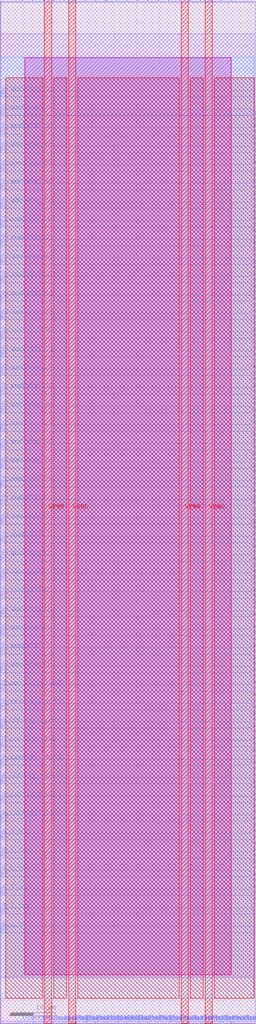
<source format=lef>
VERSION 5.7 ;
  NOWIREEXTENSIONATPIN ON ;
  DIVIDERCHAR "/" ;
  BUSBITCHARS "[]" ;
MACRO W_IO
  CLASS BLOCK ;
  FOREIGN W_IO ;
  ORIGIN 0.000 0.000 ;
  SIZE 56.250 BY 225.000 ;
  PIN A_I_top
    DIRECTION OUTPUT ;
    USE SIGNAL ;
    ANTENNADIFFAREA 0.445500 ;
    PORT
      LAYER met3 ;
        RECT 0.000 24.520 0.600 25.120 ;
    END
  END A_I_top
  PIN A_O_top
    DIRECTION INPUT ;
    USE SIGNAL ;
    ANTENNAGATEAREA 0.213000 ;
    PORT
      LAYER met3 ;
        RECT 0.000 20.440 0.600 21.040 ;
    END
  END A_O_top
  PIN A_T_top
    DIRECTION OUTPUT ;
    USE SIGNAL ;
    ANTENNADIFFAREA 0.445500 ;
    PORT
      LAYER met3 ;
        RECT 0.000 28.600 0.600 29.200 ;
    END
  END A_T_top
  PIN A_config_C_bit0
    DIRECTION OUTPUT ;
    USE SIGNAL ;
    ANTENNADIFFAREA 0.445500 ;
    PORT
      LAYER met3 ;
        RECT 0.000 44.920 0.600 45.520 ;
    END
  END A_config_C_bit0
  PIN A_config_C_bit1
    DIRECTION OUTPUT ;
    USE SIGNAL ;
    ANTENNADIFFAREA 0.445500 ;
    PORT
      LAYER met3 ;
        RECT 0.000 49.000 0.600 49.600 ;
    END
  END A_config_C_bit1
  PIN A_config_C_bit2
    DIRECTION OUTPUT ;
    USE SIGNAL ;
    ANTENNADIFFAREA 0.445500 ;
    PORT
      LAYER met3 ;
        RECT 0.000 53.080 0.600 53.680 ;
    END
  END A_config_C_bit2
  PIN A_config_C_bit3
    DIRECTION OUTPUT ;
    USE SIGNAL ;
    ANTENNADIFFAREA 0.445500 ;
    PORT
      LAYER met3 ;
        RECT 0.000 57.160 0.600 57.760 ;
    END
  END A_config_C_bit3
  PIN B_I_top
    DIRECTION OUTPUT ;
    USE SIGNAL ;
    ANTENNADIFFAREA 0.445500 ;
    PORT
      LAYER met3 ;
        RECT 0.000 36.760 0.600 37.360 ;
    END
  END B_I_top
  PIN B_O_top
    DIRECTION INPUT ;
    USE SIGNAL ;
    ANTENNAGATEAREA 0.159000 ;
    PORT
      LAYER met3 ;
        RECT 0.000 32.680 0.600 33.280 ;
    END
  END B_O_top
  PIN B_T_top
    DIRECTION OUTPUT ;
    USE SIGNAL ;
    ANTENNADIFFAREA 0.445500 ;
    PORT
      LAYER met3 ;
        RECT 0.000 40.840 0.600 41.440 ;
    END
  END B_T_top
  PIN B_config_C_bit0
    DIRECTION OUTPUT ;
    USE SIGNAL ;
    ANTENNADIFFAREA 0.445500 ;
    PORT
      LAYER met3 ;
        RECT 0.000 61.240 0.600 61.840 ;
    END
  END B_config_C_bit0
  PIN B_config_C_bit1
    DIRECTION OUTPUT ;
    USE SIGNAL ;
    ANTENNADIFFAREA 0.445500 ;
    PORT
      LAYER met3 ;
        RECT 0.000 65.320 0.600 65.920 ;
    END
  END B_config_C_bit1
  PIN B_config_C_bit2
    DIRECTION OUTPUT ;
    USE SIGNAL ;
    ANTENNADIFFAREA 0.445500 ;
    PORT
      LAYER met3 ;
        RECT 0.000 69.400 0.600 70.000 ;
    END
  END B_config_C_bit2
  PIN B_config_C_bit3
    DIRECTION OUTPUT ;
    USE SIGNAL ;
    ANTENNADIFFAREA 0.445500 ;
    PORT
      LAYER met3 ;
        RECT 0.000 73.480 0.600 74.080 ;
    END
  END B_config_C_bit3
  PIN E1BEG[0]
    DIRECTION OUTPUT ;
    USE SIGNAL ;
    ANTENNADIFFAREA 0.445500 ;
    PORT
      LAYER met3 ;
        RECT 55.650 91.160 56.250 91.760 ;
    END
  END E1BEG[0]
  PIN E1BEG[1]
    DIRECTION OUTPUT ;
    USE SIGNAL ;
    ANTENNADIFFAREA 0.445500 ;
    PORT
      LAYER met3 ;
        RECT 55.650 92.520 56.250 93.120 ;
    END
  END E1BEG[1]
  PIN E1BEG[2]
    DIRECTION OUTPUT ;
    USE SIGNAL ;
    ANTENNADIFFAREA 0.445500 ;
    PORT
      LAYER met3 ;
        RECT 55.650 93.880 56.250 94.480 ;
    END
  END E1BEG[2]
  PIN E1BEG[3]
    DIRECTION OUTPUT ;
    USE SIGNAL ;
    ANTENNADIFFAREA 0.445500 ;
    PORT
      LAYER met3 ;
        RECT 55.650 95.240 56.250 95.840 ;
    END
  END E1BEG[3]
  PIN E2BEG[0]
    DIRECTION OUTPUT ;
    USE SIGNAL ;
    ANTENNADIFFAREA 0.445500 ;
    PORT
      LAYER met3 ;
        RECT 55.650 96.600 56.250 97.200 ;
    END
  END E2BEG[0]
  PIN E2BEG[1]
    DIRECTION OUTPUT ;
    USE SIGNAL ;
    ANTENNADIFFAREA 0.445500 ;
    PORT
      LAYER met3 ;
        RECT 55.650 97.960 56.250 98.560 ;
    END
  END E2BEG[1]
  PIN E2BEG[2]
    DIRECTION OUTPUT ;
    USE SIGNAL ;
    ANTENNADIFFAREA 0.445500 ;
    PORT
      LAYER met3 ;
        RECT 55.650 99.320 56.250 99.920 ;
    END
  END E2BEG[2]
  PIN E2BEG[3]
    DIRECTION OUTPUT ;
    USE SIGNAL ;
    ANTENNADIFFAREA 0.445500 ;
    PORT
      LAYER met3 ;
        RECT 55.650 100.680 56.250 101.280 ;
    END
  END E2BEG[3]
  PIN E2BEG[4]
    DIRECTION OUTPUT ;
    USE SIGNAL ;
    ANTENNADIFFAREA 0.445500 ;
    PORT
      LAYER met3 ;
        RECT 55.650 102.040 56.250 102.640 ;
    END
  END E2BEG[4]
  PIN E2BEG[5]
    DIRECTION OUTPUT ;
    USE SIGNAL ;
    ANTENNADIFFAREA 0.445500 ;
    PORT
      LAYER met3 ;
        RECT 55.650 103.400 56.250 104.000 ;
    END
  END E2BEG[5]
  PIN E2BEG[6]
    DIRECTION OUTPUT ;
    USE SIGNAL ;
    ANTENNADIFFAREA 0.445500 ;
    PORT
      LAYER met3 ;
        RECT 55.650 104.760 56.250 105.360 ;
    END
  END E2BEG[6]
  PIN E2BEG[7]
    DIRECTION OUTPUT ;
    USE SIGNAL ;
    ANTENNADIFFAREA 0.445500 ;
    PORT
      LAYER met3 ;
        RECT 55.650 106.120 56.250 106.720 ;
    END
  END E2BEG[7]
  PIN E2BEGb[0]
    DIRECTION OUTPUT ;
    USE SIGNAL ;
    ANTENNADIFFAREA 0.445500 ;
    PORT
      LAYER met3 ;
        RECT 55.650 107.480 56.250 108.080 ;
    END
  END E2BEGb[0]
  PIN E2BEGb[1]
    DIRECTION OUTPUT ;
    USE SIGNAL ;
    ANTENNADIFFAREA 0.445500 ;
    PORT
      LAYER met3 ;
        RECT 55.650 108.840 56.250 109.440 ;
    END
  END E2BEGb[1]
  PIN E2BEGb[2]
    DIRECTION OUTPUT ;
    USE SIGNAL ;
    ANTENNADIFFAREA 0.445500 ;
    PORT
      LAYER met3 ;
        RECT 55.650 110.200 56.250 110.800 ;
    END
  END E2BEGb[2]
  PIN E2BEGb[3]
    DIRECTION OUTPUT ;
    USE SIGNAL ;
    ANTENNADIFFAREA 0.445500 ;
    PORT
      LAYER met3 ;
        RECT 55.650 111.560 56.250 112.160 ;
    END
  END E2BEGb[3]
  PIN E2BEGb[4]
    DIRECTION OUTPUT ;
    USE SIGNAL ;
    ANTENNADIFFAREA 0.445500 ;
    PORT
      LAYER met3 ;
        RECT 55.650 112.920 56.250 113.520 ;
    END
  END E2BEGb[4]
  PIN E2BEGb[5]
    DIRECTION OUTPUT ;
    USE SIGNAL ;
    ANTENNADIFFAREA 0.445500 ;
    PORT
      LAYER met3 ;
        RECT 55.650 114.280 56.250 114.880 ;
    END
  END E2BEGb[5]
  PIN E2BEGb[6]
    DIRECTION OUTPUT ;
    USE SIGNAL ;
    ANTENNADIFFAREA 0.445500 ;
    PORT
      LAYER met3 ;
        RECT 55.650 115.640 56.250 116.240 ;
    END
  END E2BEGb[6]
  PIN E2BEGb[7]
    DIRECTION OUTPUT ;
    USE SIGNAL ;
    ANTENNADIFFAREA 0.445500 ;
    PORT
      LAYER met3 ;
        RECT 55.650 117.000 56.250 117.600 ;
    END
  END E2BEGb[7]
  PIN E6BEG[0]
    DIRECTION OUTPUT ;
    USE SIGNAL ;
    ANTENNADIFFAREA 0.445500 ;
    PORT
      LAYER met3 ;
        RECT 55.650 140.120 56.250 140.720 ;
    END
  END E6BEG[0]
  PIN E6BEG[10]
    DIRECTION OUTPUT ;
    USE SIGNAL ;
    ANTENNADIFFAREA 0.445500 ;
    PORT
      LAYER met3 ;
        RECT 55.650 153.720 56.250 154.320 ;
    END
  END E6BEG[10]
  PIN E6BEG[11]
    DIRECTION OUTPUT ;
    USE SIGNAL ;
    ANTENNADIFFAREA 0.445500 ;
    PORT
      LAYER met3 ;
        RECT 55.650 155.080 56.250 155.680 ;
    END
  END E6BEG[11]
  PIN E6BEG[1]
    DIRECTION OUTPUT ;
    USE SIGNAL ;
    ANTENNADIFFAREA 0.445500 ;
    PORT
      LAYER met3 ;
        RECT 55.650 141.480 56.250 142.080 ;
    END
  END E6BEG[1]
  PIN E6BEG[2]
    DIRECTION OUTPUT ;
    USE SIGNAL ;
    ANTENNADIFFAREA 0.445500 ;
    PORT
      LAYER met3 ;
        RECT 55.650 142.840 56.250 143.440 ;
    END
  END E6BEG[2]
  PIN E6BEG[3]
    DIRECTION OUTPUT ;
    USE SIGNAL ;
    ANTENNADIFFAREA 0.445500 ;
    PORT
      LAYER met3 ;
        RECT 55.650 144.200 56.250 144.800 ;
    END
  END E6BEG[3]
  PIN E6BEG[4]
    DIRECTION OUTPUT ;
    USE SIGNAL ;
    ANTENNADIFFAREA 0.445500 ;
    PORT
      LAYER met3 ;
        RECT 55.650 145.560 56.250 146.160 ;
    END
  END E6BEG[4]
  PIN E6BEG[5]
    DIRECTION OUTPUT ;
    USE SIGNAL ;
    ANTENNADIFFAREA 0.445500 ;
    PORT
      LAYER met3 ;
        RECT 55.650 146.920 56.250 147.520 ;
    END
  END E6BEG[5]
  PIN E6BEG[6]
    DIRECTION OUTPUT ;
    USE SIGNAL ;
    ANTENNADIFFAREA 0.445500 ;
    PORT
      LAYER met3 ;
        RECT 55.650 148.280 56.250 148.880 ;
    END
  END E6BEG[6]
  PIN E6BEG[7]
    DIRECTION OUTPUT ;
    USE SIGNAL ;
    ANTENNADIFFAREA 0.445500 ;
    PORT
      LAYER met3 ;
        RECT 55.650 149.640 56.250 150.240 ;
    END
  END E6BEG[7]
  PIN E6BEG[8]
    DIRECTION OUTPUT ;
    USE SIGNAL ;
    ANTENNADIFFAREA 0.445500 ;
    PORT
      LAYER met3 ;
        RECT 55.650 151.000 56.250 151.600 ;
    END
  END E6BEG[8]
  PIN E6BEG[9]
    DIRECTION OUTPUT ;
    USE SIGNAL ;
    ANTENNADIFFAREA 0.445500 ;
    PORT
      LAYER met3 ;
        RECT 55.650 152.360 56.250 152.960 ;
    END
  END E6BEG[9]
  PIN EE4BEG[0]
    DIRECTION OUTPUT ;
    USE SIGNAL ;
    ANTENNADIFFAREA 0.445500 ;
    PORT
      LAYER met3 ;
        RECT 55.650 118.360 56.250 118.960 ;
    END
  END EE4BEG[0]
  PIN EE4BEG[10]
    DIRECTION OUTPUT ;
    USE SIGNAL ;
    ANTENNADIFFAREA 0.445500 ;
    PORT
      LAYER met3 ;
        RECT 55.650 131.960 56.250 132.560 ;
    END
  END EE4BEG[10]
  PIN EE4BEG[11]
    DIRECTION OUTPUT ;
    USE SIGNAL ;
    ANTENNADIFFAREA 0.445500 ;
    PORT
      LAYER met3 ;
        RECT 55.650 133.320 56.250 133.920 ;
    END
  END EE4BEG[11]
  PIN EE4BEG[12]
    DIRECTION OUTPUT ;
    USE SIGNAL ;
    ANTENNADIFFAREA 0.445500 ;
    PORT
      LAYER met3 ;
        RECT 55.650 134.680 56.250 135.280 ;
    END
  END EE4BEG[12]
  PIN EE4BEG[13]
    DIRECTION OUTPUT ;
    USE SIGNAL ;
    ANTENNADIFFAREA 0.445500 ;
    PORT
      LAYER met3 ;
        RECT 55.650 136.040 56.250 136.640 ;
    END
  END EE4BEG[13]
  PIN EE4BEG[14]
    DIRECTION OUTPUT ;
    USE SIGNAL ;
    ANTENNADIFFAREA 0.445500 ;
    PORT
      LAYER met3 ;
        RECT 55.650 137.400 56.250 138.000 ;
    END
  END EE4BEG[14]
  PIN EE4BEG[15]
    DIRECTION OUTPUT ;
    USE SIGNAL ;
    ANTENNADIFFAREA 0.445500 ;
    PORT
      LAYER met3 ;
        RECT 55.650 138.760 56.250 139.360 ;
    END
  END EE4BEG[15]
  PIN EE4BEG[1]
    DIRECTION OUTPUT ;
    USE SIGNAL ;
    ANTENNADIFFAREA 0.445500 ;
    PORT
      LAYER met3 ;
        RECT 55.650 119.720 56.250 120.320 ;
    END
  END EE4BEG[1]
  PIN EE4BEG[2]
    DIRECTION OUTPUT ;
    USE SIGNAL ;
    ANTENNADIFFAREA 0.445500 ;
    PORT
      LAYER met3 ;
        RECT 55.650 121.080 56.250 121.680 ;
    END
  END EE4BEG[2]
  PIN EE4BEG[3]
    DIRECTION OUTPUT ;
    USE SIGNAL ;
    ANTENNADIFFAREA 0.445500 ;
    PORT
      LAYER met3 ;
        RECT 55.650 122.440 56.250 123.040 ;
    END
  END EE4BEG[3]
  PIN EE4BEG[4]
    DIRECTION OUTPUT ;
    USE SIGNAL ;
    ANTENNADIFFAREA 0.445500 ;
    PORT
      LAYER met3 ;
        RECT 55.650 123.800 56.250 124.400 ;
    END
  END EE4BEG[4]
  PIN EE4BEG[5]
    DIRECTION OUTPUT ;
    USE SIGNAL ;
    ANTENNADIFFAREA 0.445500 ;
    PORT
      LAYER met3 ;
        RECT 55.650 125.160 56.250 125.760 ;
    END
  END EE4BEG[5]
  PIN EE4BEG[6]
    DIRECTION OUTPUT ;
    USE SIGNAL ;
    ANTENNADIFFAREA 0.445500 ;
    PORT
      LAYER met3 ;
        RECT 55.650 126.520 56.250 127.120 ;
    END
  END EE4BEG[6]
  PIN EE4BEG[7]
    DIRECTION OUTPUT ;
    USE SIGNAL ;
    ANTENNADIFFAREA 0.445500 ;
    PORT
      LAYER met3 ;
        RECT 55.650 127.880 56.250 128.480 ;
    END
  END EE4BEG[7]
  PIN EE4BEG[8]
    DIRECTION OUTPUT ;
    USE SIGNAL ;
    ANTENNADIFFAREA 0.445500 ;
    PORT
      LAYER met3 ;
        RECT 55.650 129.240 56.250 129.840 ;
    END
  END EE4BEG[8]
  PIN EE4BEG[9]
    DIRECTION OUTPUT ;
    USE SIGNAL ;
    ANTENNADIFFAREA 0.445500 ;
    PORT
      LAYER met3 ;
        RECT 55.650 130.600 56.250 131.200 ;
    END
  END EE4BEG[9]
  PIN FrameData[0]
    DIRECTION INPUT ;
    USE SIGNAL ;
    ANTENNAGATEAREA 0.126000 ;
    PORT
      LAYER met3 ;
        RECT 0.000 77.560 0.600 78.160 ;
    END
  END FrameData[0]
  PIN FrameData[10]
    DIRECTION INPUT ;
    USE SIGNAL ;
    ANTENNAGATEAREA 0.196500 ;
    PORT
      LAYER met3 ;
        RECT 0.000 118.360 0.600 118.960 ;
    END
  END FrameData[10]
  PIN FrameData[11]
    DIRECTION INPUT ;
    USE SIGNAL ;
    ANTENNAGATEAREA 0.196500 ;
    PORT
      LAYER met3 ;
        RECT 0.000 122.440 0.600 123.040 ;
    END
  END FrameData[11]
  PIN FrameData[12]
    DIRECTION INPUT ;
    USE SIGNAL ;
    ANTENNAGATEAREA 0.196500 ;
    PORT
      LAYER met3 ;
        RECT 0.000 126.520 0.600 127.120 ;
    END
  END FrameData[12]
  PIN FrameData[13]
    DIRECTION INPUT ;
    USE SIGNAL ;
    ANTENNAGATEAREA 0.196500 ;
    PORT
      LAYER met3 ;
        RECT 0.000 130.600 0.600 131.200 ;
    END
  END FrameData[13]
  PIN FrameData[14]
    DIRECTION INPUT ;
    USE SIGNAL ;
    ANTENNAGATEAREA 0.196500 ;
    PORT
      LAYER met3 ;
        RECT 0.000 134.680 0.600 135.280 ;
    END
  END FrameData[14]
  PIN FrameData[15]
    DIRECTION INPUT ;
    USE SIGNAL ;
    ANTENNAGATEAREA 0.196500 ;
    PORT
      LAYER met3 ;
        RECT 0.000 138.760 0.600 139.360 ;
    END
  END FrameData[15]
  PIN FrameData[16]
    DIRECTION INPUT ;
    USE SIGNAL ;
    ANTENNAGATEAREA 0.196500 ;
    PORT
      LAYER met3 ;
        RECT 0.000 142.840 0.600 143.440 ;
    END
  END FrameData[16]
  PIN FrameData[17]
    DIRECTION INPUT ;
    USE SIGNAL ;
    ANTENNAGATEAREA 0.196500 ;
    PORT
      LAYER met3 ;
        RECT 0.000 146.920 0.600 147.520 ;
    END
  END FrameData[17]
  PIN FrameData[18]
    DIRECTION INPUT ;
    USE SIGNAL ;
    ANTENNAGATEAREA 0.213000 ;
    PORT
      LAYER met3 ;
        RECT 0.000 151.000 0.600 151.600 ;
    END
  END FrameData[18]
  PIN FrameData[19]
    DIRECTION INPUT ;
    USE SIGNAL ;
    ANTENNAGATEAREA 0.213000 ;
    PORT
      LAYER met3 ;
        RECT 0.000 155.080 0.600 155.680 ;
    END
  END FrameData[19]
  PIN FrameData[1]
    DIRECTION INPUT ;
    USE SIGNAL ;
    ANTENNAGATEAREA 0.126000 ;
    PORT
      LAYER met3 ;
        RECT 0.000 81.640 0.600 82.240 ;
    END
  END FrameData[1]
  PIN FrameData[20]
    DIRECTION INPUT ;
    USE SIGNAL ;
    ANTENNAGATEAREA 0.213000 ;
    PORT
      LAYER met3 ;
        RECT 0.000 159.160 0.600 159.760 ;
    END
  END FrameData[20]
  PIN FrameData[21]
    DIRECTION INPUT ;
    USE SIGNAL ;
    ANTENNAGATEAREA 0.213000 ;
    PORT
      LAYER met3 ;
        RECT 0.000 163.240 0.600 163.840 ;
    END
  END FrameData[21]
  PIN FrameData[22]
    DIRECTION INPUT ;
    USE SIGNAL ;
    ANTENNAGATEAREA 0.213000 ;
    PORT
      LAYER met3 ;
        RECT 0.000 167.320 0.600 167.920 ;
    END
  END FrameData[22]
  PIN FrameData[23]
    DIRECTION INPUT ;
    USE SIGNAL ;
    ANTENNAGATEAREA 0.213000 ;
    PORT
      LAYER met3 ;
        RECT 0.000 171.400 0.600 172.000 ;
    END
  END FrameData[23]
  PIN FrameData[24]
    DIRECTION INPUT ;
    USE SIGNAL ;
    ANTENNAGATEAREA 0.213000 ;
    PORT
      LAYER met3 ;
        RECT 0.000 175.480 0.600 176.080 ;
    END
  END FrameData[24]
  PIN FrameData[25]
    DIRECTION INPUT ;
    USE SIGNAL ;
    ANTENNAGATEAREA 0.213000 ;
    PORT
      LAYER met3 ;
        RECT 0.000 179.560 0.600 180.160 ;
    END
  END FrameData[25]
  PIN FrameData[26]
    DIRECTION INPUT ;
    USE SIGNAL ;
    ANTENNAGATEAREA 0.213000 ;
    PORT
      LAYER met3 ;
        RECT 0.000 183.640 0.600 184.240 ;
    END
  END FrameData[26]
  PIN FrameData[27]
    DIRECTION INPUT ;
    USE SIGNAL ;
    ANTENNAGATEAREA 0.213000 ;
    PORT
      LAYER met3 ;
        RECT 0.000 187.720 0.600 188.320 ;
    END
  END FrameData[27]
  PIN FrameData[28]
    DIRECTION INPUT ;
    USE SIGNAL ;
    ANTENNAGATEAREA 0.213000 ;
    PORT
      LAYER met3 ;
        RECT 0.000 191.800 0.600 192.400 ;
    END
  END FrameData[28]
  PIN FrameData[29]
    DIRECTION INPUT ;
    USE SIGNAL ;
    ANTENNAGATEAREA 0.213000 ;
    PORT
      LAYER met3 ;
        RECT 0.000 195.880 0.600 196.480 ;
    END
  END FrameData[29]
  PIN FrameData[2]
    DIRECTION INPUT ;
    USE SIGNAL ;
    ANTENNAGATEAREA 0.196500 ;
    PORT
      LAYER met3 ;
        RECT 0.000 85.720 0.600 86.320 ;
    END
  END FrameData[2]
  PIN FrameData[30]
    DIRECTION INPUT ;
    USE SIGNAL ;
    ANTENNAGATEAREA 0.213000 ;
    PORT
      LAYER met3 ;
        RECT 0.000 199.960 0.600 200.560 ;
    END
  END FrameData[30]
  PIN FrameData[31]
    DIRECTION INPUT ;
    USE SIGNAL ;
    ANTENNAGATEAREA 0.213000 ;
    PORT
      LAYER met3 ;
        RECT 0.000 204.040 0.600 204.640 ;
    END
  END FrameData[31]
  PIN FrameData[3]
    DIRECTION INPUT ;
    USE SIGNAL ;
    ANTENNAGATEAREA 0.196500 ;
    PORT
      LAYER met3 ;
        RECT 0.000 89.800 0.600 90.400 ;
    END
  END FrameData[3]
  PIN FrameData[4]
    DIRECTION INPUT ;
    USE SIGNAL ;
    ANTENNAGATEAREA 0.196500 ;
    PORT
      LAYER met3 ;
        RECT 0.000 93.880 0.600 94.480 ;
    END
  END FrameData[4]
  PIN FrameData[5]
    DIRECTION INPUT ;
    USE SIGNAL ;
    ANTENNAGATEAREA 0.196500 ;
    PORT
      LAYER met3 ;
        RECT 0.000 97.960 0.600 98.560 ;
    END
  END FrameData[5]
  PIN FrameData[6]
    DIRECTION INPUT ;
    USE SIGNAL ;
    ANTENNAGATEAREA 0.196500 ;
    PORT
      LAYER met3 ;
        RECT 0.000 102.040 0.600 102.640 ;
    END
  END FrameData[6]
  PIN FrameData[7]
    DIRECTION INPUT ;
    USE SIGNAL ;
    ANTENNAGATEAREA 0.196500 ;
    PORT
      LAYER met3 ;
        RECT 0.000 106.120 0.600 106.720 ;
    END
  END FrameData[7]
  PIN FrameData[8]
    DIRECTION INPUT ;
    USE SIGNAL ;
    ANTENNAGATEAREA 0.196500 ;
    PORT
      LAYER met3 ;
        RECT 0.000 110.200 0.600 110.800 ;
    END
  END FrameData[8]
  PIN FrameData[9]
    DIRECTION INPUT ;
    USE SIGNAL ;
    ANTENNAGATEAREA 0.196500 ;
    PORT
      LAYER met3 ;
        RECT 0.000 114.280 0.600 114.880 ;
    END
  END FrameData[9]
  PIN FrameData_O[0]
    DIRECTION OUTPUT ;
    USE SIGNAL ;
    ANTENNADIFFAREA 0.445500 ;
    PORT
      LAYER met3 ;
        RECT 55.650 156.440 56.250 157.040 ;
    END
  END FrameData_O[0]
  PIN FrameData_O[10]
    DIRECTION OUTPUT ;
    USE SIGNAL ;
    ANTENNADIFFAREA 0.445500 ;
    PORT
      LAYER met3 ;
        RECT 55.650 170.040 56.250 170.640 ;
    END
  END FrameData_O[10]
  PIN FrameData_O[11]
    DIRECTION OUTPUT ;
    USE SIGNAL ;
    ANTENNADIFFAREA 0.445500 ;
    PORT
      LAYER met3 ;
        RECT 55.650 171.400 56.250 172.000 ;
    END
  END FrameData_O[11]
  PIN FrameData_O[12]
    DIRECTION OUTPUT ;
    USE SIGNAL ;
    ANTENNADIFFAREA 0.445500 ;
    PORT
      LAYER met3 ;
        RECT 55.650 172.760 56.250 173.360 ;
    END
  END FrameData_O[12]
  PIN FrameData_O[13]
    DIRECTION OUTPUT ;
    USE SIGNAL ;
    ANTENNADIFFAREA 0.445500 ;
    PORT
      LAYER met3 ;
        RECT 55.650 174.120 56.250 174.720 ;
    END
  END FrameData_O[13]
  PIN FrameData_O[14]
    DIRECTION OUTPUT ;
    USE SIGNAL ;
    ANTENNADIFFAREA 0.445500 ;
    PORT
      LAYER met3 ;
        RECT 55.650 175.480 56.250 176.080 ;
    END
  END FrameData_O[14]
  PIN FrameData_O[15]
    DIRECTION OUTPUT ;
    USE SIGNAL ;
    ANTENNADIFFAREA 0.445500 ;
    PORT
      LAYER met3 ;
        RECT 55.650 176.840 56.250 177.440 ;
    END
  END FrameData_O[15]
  PIN FrameData_O[16]
    DIRECTION OUTPUT ;
    USE SIGNAL ;
    ANTENNADIFFAREA 0.445500 ;
    PORT
      LAYER met3 ;
        RECT 55.650 178.200 56.250 178.800 ;
    END
  END FrameData_O[16]
  PIN FrameData_O[17]
    DIRECTION OUTPUT ;
    USE SIGNAL ;
    ANTENNADIFFAREA 0.445500 ;
    PORT
      LAYER met3 ;
        RECT 55.650 179.560 56.250 180.160 ;
    END
  END FrameData_O[17]
  PIN FrameData_O[18]
    DIRECTION OUTPUT ;
    USE SIGNAL ;
    ANTENNADIFFAREA 0.445500 ;
    PORT
      LAYER met3 ;
        RECT 55.650 180.920 56.250 181.520 ;
    END
  END FrameData_O[18]
  PIN FrameData_O[19]
    DIRECTION OUTPUT ;
    USE SIGNAL ;
    ANTENNADIFFAREA 0.445500 ;
    PORT
      LAYER met3 ;
        RECT 55.650 182.280 56.250 182.880 ;
    END
  END FrameData_O[19]
  PIN FrameData_O[1]
    DIRECTION OUTPUT ;
    USE SIGNAL ;
    ANTENNADIFFAREA 0.445500 ;
    PORT
      LAYER met3 ;
        RECT 55.650 157.800 56.250 158.400 ;
    END
  END FrameData_O[1]
  PIN FrameData_O[20]
    DIRECTION OUTPUT ;
    USE SIGNAL ;
    ANTENNADIFFAREA 0.445500 ;
    PORT
      LAYER met3 ;
        RECT 55.650 183.640 56.250 184.240 ;
    END
  END FrameData_O[20]
  PIN FrameData_O[21]
    DIRECTION OUTPUT ;
    USE SIGNAL ;
    ANTENNADIFFAREA 0.445500 ;
    PORT
      LAYER met3 ;
        RECT 55.650 185.000 56.250 185.600 ;
    END
  END FrameData_O[21]
  PIN FrameData_O[22]
    DIRECTION OUTPUT ;
    USE SIGNAL ;
    ANTENNADIFFAREA 0.445500 ;
    PORT
      LAYER met3 ;
        RECT 55.650 186.360 56.250 186.960 ;
    END
  END FrameData_O[22]
  PIN FrameData_O[23]
    DIRECTION OUTPUT ;
    USE SIGNAL ;
    ANTENNADIFFAREA 0.445500 ;
    PORT
      LAYER met3 ;
        RECT 55.650 187.720 56.250 188.320 ;
    END
  END FrameData_O[23]
  PIN FrameData_O[24]
    DIRECTION OUTPUT ;
    USE SIGNAL ;
    ANTENNADIFFAREA 0.445500 ;
    PORT
      LAYER met3 ;
        RECT 55.650 189.080 56.250 189.680 ;
    END
  END FrameData_O[24]
  PIN FrameData_O[25]
    DIRECTION OUTPUT ;
    USE SIGNAL ;
    ANTENNADIFFAREA 0.445500 ;
    PORT
      LAYER met3 ;
        RECT 55.650 190.440 56.250 191.040 ;
    END
  END FrameData_O[25]
  PIN FrameData_O[26]
    DIRECTION OUTPUT ;
    USE SIGNAL ;
    ANTENNADIFFAREA 0.445500 ;
    PORT
      LAYER met3 ;
        RECT 55.650 191.800 56.250 192.400 ;
    END
  END FrameData_O[26]
  PIN FrameData_O[27]
    DIRECTION OUTPUT ;
    USE SIGNAL ;
    ANTENNADIFFAREA 0.445500 ;
    PORT
      LAYER met3 ;
        RECT 55.650 193.160 56.250 193.760 ;
    END
  END FrameData_O[27]
  PIN FrameData_O[28]
    DIRECTION OUTPUT ;
    USE SIGNAL ;
    ANTENNADIFFAREA 0.445500 ;
    PORT
      LAYER met3 ;
        RECT 55.650 194.520 56.250 195.120 ;
    END
  END FrameData_O[28]
  PIN FrameData_O[29]
    DIRECTION OUTPUT ;
    USE SIGNAL ;
    ANTENNADIFFAREA 0.445500 ;
    PORT
      LAYER met3 ;
        RECT 55.650 195.880 56.250 196.480 ;
    END
  END FrameData_O[29]
  PIN FrameData_O[2]
    DIRECTION OUTPUT ;
    USE SIGNAL ;
    ANTENNADIFFAREA 0.445500 ;
    PORT
      LAYER met3 ;
        RECT 55.650 159.160 56.250 159.760 ;
    END
  END FrameData_O[2]
  PIN FrameData_O[30]
    DIRECTION OUTPUT ;
    USE SIGNAL ;
    ANTENNADIFFAREA 0.445500 ;
    PORT
      LAYER met3 ;
        RECT 55.650 197.240 56.250 197.840 ;
    END
  END FrameData_O[30]
  PIN FrameData_O[31]
    DIRECTION OUTPUT ;
    USE SIGNAL ;
    ANTENNADIFFAREA 0.445500 ;
    PORT
      LAYER met3 ;
        RECT 55.650 198.600 56.250 199.200 ;
    END
  END FrameData_O[31]
  PIN FrameData_O[3]
    DIRECTION OUTPUT ;
    USE SIGNAL ;
    ANTENNADIFFAREA 0.445500 ;
    PORT
      LAYER met3 ;
        RECT 55.650 160.520 56.250 161.120 ;
    END
  END FrameData_O[3]
  PIN FrameData_O[4]
    DIRECTION OUTPUT ;
    USE SIGNAL ;
    ANTENNADIFFAREA 0.445500 ;
    PORT
      LAYER met3 ;
        RECT 55.650 161.880 56.250 162.480 ;
    END
  END FrameData_O[4]
  PIN FrameData_O[5]
    DIRECTION OUTPUT ;
    USE SIGNAL ;
    ANTENNADIFFAREA 0.445500 ;
    PORT
      LAYER met3 ;
        RECT 55.650 163.240 56.250 163.840 ;
    END
  END FrameData_O[5]
  PIN FrameData_O[6]
    DIRECTION OUTPUT ;
    USE SIGNAL ;
    ANTENNADIFFAREA 0.445500 ;
    PORT
      LAYER met3 ;
        RECT 55.650 164.600 56.250 165.200 ;
    END
  END FrameData_O[6]
  PIN FrameData_O[7]
    DIRECTION OUTPUT ;
    USE SIGNAL ;
    ANTENNADIFFAREA 0.445500 ;
    PORT
      LAYER met3 ;
        RECT 55.650 165.960 56.250 166.560 ;
    END
  END FrameData_O[7]
  PIN FrameData_O[8]
    DIRECTION OUTPUT ;
    USE SIGNAL ;
    ANTENNADIFFAREA 0.445500 ;
    PORT
      LAYER met3 ;
        RECT 55.650 167.320 56.250 167.920 ;
    END
  END FrameData_O[8]
  PIN FrameData_O[9]
    DIRECTION OUTPUT ;
    USE SIGNAL ;
    ANTENNADIFFAREA 0.445500 ;
    PORT
      LAYER met3 ;
        RECT 55.650 168.680 56.250 169.280 ;
    END
  END FrameData_O[9]
  PIN FrameStrobe[0]
    DIRECTION INPUT ;
    USE SIGNAL ;
    ANTENNAGATEAREA 0.409500 ;
    PORT
      LAYER met2 ;
        RECT 6.990 0.000 7.270 0.280 ;
    END
  END FrameStrobe[0]
  PIN FrameStrobe[10]
    DIRECTION INPUT ;
    USE SIGNAL ;
    ANTENNAGATEAREA 0.631200 ;
    ANTENNADIFFAREA 0.434700 ;
    PORT
      LAYER met2 ;
        RECT 29.990 0.000 30.270 0.280 ;
    END
  END FrameStrobe[10]
  PIN FrameStrobe[11]
    DIRECTION INPUT ;
    USE SIGNAL ;
    ANTENNAGATEAREA 0.631200 ;
    ANTENNADIFFAREA 0.434700 ;
    PORT
      LAYER met2 ;
        RECT 32.290 0.000 32.570 0.280 ;
    END
  END FrameStrobe[11]
  PIN FrameStrobe[12]
    DIRECTION INPUT ;
    USE SIGNAL ;
    ANTENNAGATEAREA 0.631200 ;
    ANTENNADIFFAREA 0.434700 ;
    PORT
      LAYER met2 ;
        RECT 34.590 0.000 34.870 0.280 ;
    END
  END FrameStrobe[12]
  PIN FrameStrobe[13]
    DIRECTION INPUT ;
    USE SIGNAL ;
    ANTENNAGATEAREA 0.631200 ;
    ANTENNADIFFAREA 0.434700 ;
    PORT
      LAYER met2 ;
        RECT 36.890 0.000 37.170 0.280 ;
    END
  END FrameStrobe[13]
  PIN FrameStrobe[14]
    DIRECTION INPUT ;
    USE SIGNAL ;
    ANTENNAGATEAREA 0.196500 ;
    PORT
      LAYER met2 ;
        RECT 39.190 0.000 39.470 0.280 ;
    END
  END FrameStrobe[14]
  PIN FrameStrobe[15]
    DIRECTION INPUT ;
    USE SIGNAL ;
    ANTENNAGATEAREA 0.631200 ;
    ANTENNADIFFAREA 0.434700 ;
    PORT
      LAYER met2 ;
        RECT 41.490 0.000 41.770 0.280 ;
    END
  END FrameStrobe[15]
  PIN FrameStrobe[16]
    DIRECTION INPUT ;
    USE SIGNAL ;
    ANTENNAGATEAREA 0.631200 ;
    ANTENNADIFFAREA 0.434700 ;
    PORT
      LAYER met2 ;
        RECT 43.790 0.000 44.070 0.280 ;
    END
  END FrameStrobe[16]
  PIN FrameStrobe[17]
    DIRECTION INPUT ;
    USE SIGNAL ;
    ANTENNAGATEAREA 0.631200 ;
    ANTENNADIFFAREA 0.434700 ;
    PORT
      LAYER met2 ;
        RECT 46.090 0.000 46.370 0.280 ;
    END
  END FrameStrobe[17]
  PIN FrameStrobe[18]
    DIRECTION INPUT ;
    USE SIGNAL ;
    ANTENNAGATEAREA 0.631200 ;
    ANTENNADIFFAREA 0.434700 ;
    PORT
      LAYER met2 ;
        RECT 48.390 0.000 48.670 0.280 ;
    END
  END FrameStrobe[18]
  PIN FrameStrobe[19]
    DIRECTION INPUT ;
    USE SIGNAL ;
    ANTENNAGATEAREA 0.631200 ;
    ANTENNADIFFAREA 0.434700 ;
    PORT
      LAYER met2 ;
        RECT 50.690 0.000 50.970 0.280 ;
    END
  END FrameStrobe[19]
  PIN FrameStrobe[1]
    DIRECTION INPUT ;
    USE SIGNAL ;
    ANTENNAGATEAREA 0.647700 ;
    ANTENNADIFFAREA 0.434700 ;
    PORT
      LAYER met2 ;
        RECT 9.290 0.000 9.570 0.280 ;
    END
  END FrameStrobe[1]
  PIN FrameStrobe[2]
    DIRECTION INPUT ;
    USE SIGNAL ;
    ANTENNAGATEAREA 0.196500 ;
    PORT
      LAYER met2 ;
        RECT 11.590 0.000 11.870 0.280 ;
    END
  END FrameStrobe[2]
  PIN FrameStrobe[3]
    DIRECTION INPUT ;
    USE SIGNAL ;
    ANTENNAGATEAREA 0.213000 ;
    PORT
      LAYER met2 ;
        RECT 13.890 0.000 14.170 0.280 ;
    END
  END FrameStrobe[3]
  PIN FrameStrobe[4]
    DIRECTION INPUT ;
    USE SIGNAL ;
    ANTENNAGATEAREA 0.631200 ;
    ANTENNADIFFAREA 0.434700 ;
    PORT
      LAYER met2 ;
        RECT 16.190 0.000 16.470 0.280 ;
    END
  END FrameStrobe[4]
  PIN FrameStrobe[5]
    DIRECTION INPUT ;
    USE SIGNAL ;
    ANTENNAGATEAREA 0.631200 ;
    ANTENNADIFFAREA 0.434700 ;
    PORT
      LAYER met2 ;
        RECT 18.490 0.000 18.770 0.280 ;
    END
  END FrameStrobe[5]
  PIN FrameStrobe[6]
    DIRECTION INPUT ;
    USE SIGNAL ;
    ANTENNAGATEAREA 0.196500 ;
    PORT
      LAYER met2 ;
        RECT 20.790 0.000 21.070 0.280 ;
    END
  END FrameStrobe[6]
  PIN FrameStrobe[7]
    DIRECTION INPUT ;
    USE SIGNAL ;
    ANTENNAGATEAREA 1.065900 ;
    ANTENNADIFFAREA 0.869400 ;
    PORT
      LAYER met2 ;
        RECT 23.090 0.000 23.370 0.280 ;
    END
  END FrameStrobe[7]
  PIN FrameStrobe[8]
    DIRECTION INPUT ;
    USE SIGNAL ;
    ANTENNAGATEAREA 0.631200 ;
    ANTENNADIFFAREA 0.434700 ;
    PORT
      LAYER met2 ;
        RECT 25.390 0.000 25.670 0.280 ;
    END
  END FrameStrobe[8]
  PIN FrameStrobe[9]
    DIRECTION INPUT ;
    USE SIGNAL ;
    ANTENNAGATEAREA 0.196500 ;
    PORT
      LAYER met2 ;
        RECT 27.690 0.000 27.970 0.280 ;
    END
  END FrameStrobe[9]
  PIN FrameStrobe_O[0]
    DIRECTION OUTPUT ;
    USE SIGNAL ;
    ANTENNADIFFAREA 0.445500 ;
    PORT
      LAYER met2 ;
        RECT 6.990 224.720 7.270 225.000 ;
    END
  END FrameStrobe_O[0]
  PIN FrameStrobe_O[10]
    DIRECTION OUTPUT ;
    USE SIGNAL ;
    ANTENNADIFFAREA 0.445500 ;
    PORT
      LAYER met2 ;
        RECT 29.990 224.720 30.270 225.000 ;
    END
  END FrameStrobe_O[10]
  PIN FrameStrobe_O[11]
    DIRECTION OUTPUT ;
    USE SIGNAL ;
    ANTENNADIFFAREA 0.445500 ;
    PORT
      LAYER met2 ;
        RECT 32.290 224.720 32.570 225.000 ;
    END
  END FrameStrobe_O[11]
  PIN FrameStrobe_O[12]
    DIRECTION OUTPUT ;
    USE SIGNAL ;
    ANTENNADIFFAREA 0.445500 ;
    PORT
      LAYER met2 ;
        RECT 34.590 224.720 34.870 225.000 ;
    END
  END FrameStrobe_O[12]
  PIN FrameStrobe_O[13]
    DIRECTION OUTPUT ;
    USE SIGNAL ;
    ANTENNADIFFAREA 0.445500 ;
    PORT
      LAYER met2 ;
        RECT 36.890 224.720 37.170 225.000 ;
    END
  END FrameStrobe_O[13]
  PIN FrameStrobe_O[14]
    DIRECTION OUTPUT ;
    USE SIGNAL ;
    ANTENNADIFFAREA 0.445500 ;
    PORT
      LAYER met2 ;
        RECT 39.190 224.720 39.470 225.000 ;
    END
  END FrameStrobe_O[14]
  PIN FrameStrobe_O[15]
    DIRECTION OUTPUT ;
    USE SIGNAL ;
    ANTENNADIFFAREA 0.445500 ;
    PORT
      LAYER met2 ;
        RECT 41.490 224.720 41.770 225.000 ;
    END
  END FrameStrobe_O[15]
  PIN FrameStrobe_O[16]
    DIRECTION OUTPUT ;
    USE SIGNAL ;
    ANTENNADIFFAREA 0.445500 ;
    PORT
      LAYER met2 ;
        RECT 43.790 224.720 44.070 225.000 ;
    END
  END FrameStrobe_O[16]
  PIN FrameStrobe_O[17]
    DIRECTION OUTPUT ;
    USE SIGNAL ;
    ANTENNADIFFAREA 0.445500 ;
    PORT
      LAYER met2 ;
        RECT 46.090 224.720 46.370 225.000 ;
    END
  END FrameStrobe_O[17]
  PIN FrameStrobe_O[18]
    DIRECTION OUTPUT ;
    USE SIGNAL ;
    ANTENNADIFFAREA 0.445500 ;
    PORT
      LAYER met2 ;
        RECT 48.390 224.720 48.670 225.000 ;
    END
  END FrameStrobe_O[18]
  PIN FrameStrobe_O[19]
    DIRECTION OUTPUT ;
    USE SIGNAL ;
    ANTENNADIFFAREA 0.445500 ;
    PORT
      LAYER met2 ;
        RECT 50.690 224.720 50.970 225.000 ;
    END
  END FrameStrobe_O[19]
  PIN FrameStrobe_O[1]
    DIRECTION OUTPUT ;
    USE SIGNAL ;
    ANTENNADIFFAREA 0.445500 ;
    PORT
      LAYER met2 ;
        RECT 9.290 224.720 9.570 225.000 ;
    END
  END FrameStrobe_O[1]
  PIN FrameStrobe_O[2]
    DIRECTION OUTPUT ;
    USE SIGNAL ;
    ANTENNADIFFAREA 0.445500 ;
    PORT
      LAYER met2 ;
        RECT 11.590 224.720 11.870 225.000 ;
    END
  END FrameStrobe_O[2]
  PIN FrameStrobe_O[3]
    DIRECTION OUTPUT ;
    USE SIGNAL ;
    ANTENNADIFFAREA 0.445500 ;
    PORT
      LAYER met2 ;
        RECT 13.890 224.720 14.170 225.000 ;
    END
  END FrameStrobe_O[3]
  PIN FrameStrobe_O[4]
    DIRECTION OUTPUT ;
    USE SIGNAL ;
    ANTENNADIFFAREA 0.445500 ;
    PORT
      LAYER met2 ;
        RECT 16.190 224.720 16.470 225.000 ;
    END
  END FrameStrobe_O[4]
  PIN FrameStrobe_O[5]
    DIRECTION OUTPUT ;
    USE SIGNAL ;
    ANTENNADIFFAREA 0.445500 ;
    PORT
      LAYER met2 ;
        RECT 18.490 224.720 18.770 225.000 ;
    END
  END FrameStrobe_O[5]
  PIN FrameStrobe_O[6]
    DIRECTION OUTPUT ;
    USE SIGNAL ;
    ANTENNADIFFAREA 0.445500 ;
    PORT
      LAYER met2 ;
        RECT 20.790 224.720 21.070 225.000 ;
    END
  END FrameStrobe_O[6]
  PIN FrameStrobe_O[7]
    DIRECTION OUTPUT ;
    USE SIGNAL ;
    ANTENNADIFFAREA 0.445500 ;
    PORT
      LAYER met2 ;
        RECT 23.090 224.720 23.370 225.000 ;
    END
  END FrameStrobe_O[7]
  PIN FrameStrobe_O[8]
    DIRECTION OUTPUT ;
    USE SIGNAL ;
    ANTENNADIFFAREA 0.445500 ;
    PORT
      LAYER met2 ;
        RECT 25.390 224.720 25.670 225.000 ;
    END
  END FrameStrobe_O[8]
  PIN FrameStrobe_O[9]
    DIRECTION OUTPUT ;
    USE SIGNAL ;
    ANTENNADIFFAREA 0.445500 ;
    PORT
      LAYER met2 ;
        RECT 27.690 224.720 27.970 225.000 ;
    END
  END FrameStrobe_O[9]
  PIN UserCLK
    DIRECTION INPUT ;
    USE SIGNAL ;
    ANTENNAGATEAREA 1.704000 ;
    PORT
      LAYER met2 ;
        RECT 4.690 0.000 4.970 0.280 ;
    END
  END UserCLK
  PIN UserCLKo
    DIRECTION OUTPUT ;
    USE SIGNAL ;
    ANTENNADIFFAREA 0.340600 ;
    PORT
      LAYER met2 ;
        RECT 4.690 224.720 4.970 225.000 ;
    END
  END UserCLKo
  PIN VGND
    DIRECTION INOUT ;
    USE GROUND ;
    PORT
      LAYER met4 ;
        RECT 15.020 0.000 16.620 225.000 ;
    END
    PORT
      LAYER met4 ;
        RECT 45.020 0.000 46.620 225.000 ;
    END
  END VGND
  PIN VPWR
    DIRECTION INOUT ;
    USE POWER ;
    PORT
      LAYER met4 ;
        RECT 9.720 0.000 11.320 225.000 ;
    END
    PORT
      LAYER met4 ;
        RECT 39.720 0.000 41.320 225.000 ;
    END
  END VPWR
  PIN W1END[0]
    DIRECTION INPUT ;
    USE SIGNAL ;
    ANTENNAGATEAREA 0.126000 ;
    PORT
      LAYER met3 ;
        RECT 55.650 25.880 56.250 26.480 ;
    END
  END W1END[0]
  PIN W1END[1]
    DIRECTION INPUT ;
    USE SIGNAL ;
    ANTENNAGATEAREA 0.196500 ;
    PORT
      LAYER met3 ;
        RECT 55.650 27.240 56.250 27.840 ;
    END
  END W1END[1]
  PIN W1END[2]
    DIRECTION INPUT ;
    USE SIGNAL ;
    ANTENNAGATEAREA 0.196500 ;
    PORT
      LAYER met3 ;
        RECT 55.650 28.600 56.250 29.200 ;
    END
  END W1END[2]
  PIN W1END[3]
    DIRECTION INPUT ;
    USE SIGNAL ;
    ANTENNAGATEAREA 0.126000 ;
    PORT
      LAYER met3 ;
        RECT 55.650 29.960 56.250 30.560 ;
    END
  END W1END[3]
  PIN W2END[0]
    DIRECTION INPUT ;
    USE SIGNAL ;
    ANTENNAGATEAREA 0.213000 ;
    PORT
      LAYER met3 ;
        RECT 55.650 42.200 56.250 42.800 ;
    END
  END W2END[0]
  PIN W2END[1]
    DIRECTION INPUT ;
    USE SIGNAL ;
    ANTENNAGATEAREA 0.196500 ;
    PORT
      LAYER met3 ;
        RECT 55.650 43.560 56.250 44.160 ;
    END
  END W2END[1]
  PIN W2END[2]
    DIRECTION INPUT ;
    USE SIGNAL ;
    ANTENNAGATEAREA 0.126000 ;
    PORT
      LAYER met3 ;
        RECT 55.650 44.920 56.250 45.520 ;
    END
  END W2END[2]
  PIN W2END[3]
    DIRECTION INPUT ;
    USE SIGNAL ;
    ANTENNAGATEAREA 0.196500 ;
    PORT
      LAYER met3 ;
        RECT 55.650 46.280 56.250 46.880 ;
    END
  END W2END[3]
  PIN W2END[4]
    DIRECTION INPUT ;
    USE SIGNAL ;
    ANTENNAGATEAREA 0.213000 ;
    PORT
      LAYER met3 ;
        RECT 55.650 47.640 56.250 48.240 ;
    END
  END W2END[4]
  PIN W2END[5]
    DIRECTION INPUT ;
    USE SIGNAL ;
    ANTENNAGATEAREA 0.196500 ;
    PORT
      LAYER met3 ;
        RECT 55.650 49.000 56.250 49.600 ;
    END
  END W2END[5]
  PIN W2END[6]
    DIRECTION INPUT ;
    USE SIGNAL ;
    ANTENNAGATEAREA 0.213000 ;
    PORT
      LAYER met3 ;
        RECT 55.650 50.360 56.250 50.960 ;
    END
  END W2END[6]
  PIN W2END[7]
    DIRECTION INPUT ;
    USE SIGNAL ;
    ANTENNAGATEAREA 0.126000 ;
    PORT
      LAYER met3 ;
        RECT 55.650 51.720 56.250 52.320 ;
    END
  END W2END[7]
  PIN W2MID[0]
    DIRECTION INPUT ;
    USE SIGNAL ;
    ANTENNAGATEAREA 0.126000 ;
    PORT
      LAYER met3 ;
        RECT 55.650 31.320 56.250 31.920 ;
    END
  END W2MID[0]
  PIN W2MID[1]
    DIRECTION INPUT ;
    USE SIGNAL ;
    ANTENNAGATEAREA 0.196500 ;
    PORT
      LAYER met3 ;
        RECT 55.650 32.680 56.250 33.280 ;
    END
  END W2MID[1]
  PIN W2MID[2]
    DIRECTION INPUT ;
    USE SIGNAL ;
    ANTENNAGATEAREA 0.196500 ;
    PORT
      LAYER met3 ;
        RECT 55.650 34.040 56.250 34.640 ;
    END
  END W2MID[2]
  PIN W2MID[3]
    DIRECTION INPUT ;
    USE SIGNAL ;
    ANTENNAGATEAREA 0.196500 ;
    PORT
      LAYER met3 ;
        RECT 55.650 35.400 56.250 36.000 ;
    END
  END W2MID[3]
  PIN W2MID[4]
    DIRECTION INPUT ;
    USE SIGNAL ;
    ANTENNAGATEAREA 0.213000 ;
    PORT
      LAYER met3 ;
        RECT 55.650 36.760 56.250 37.360 ;
    END
  END W2MID[4]
  PIN W2MID[5]
    DIRECTION INPUT ;
    USE SIGNAL ;
    ANTENNAGATEAREA 0.196500 ;
    PORT
      LAYER met3 ;
        RECT 55.650 38.120 56.250 38.720 ;
    END
  END W2MID[5]
  PIN W2MID[6]
    DIRECTION INPUT ;
    USE SIGNAL ;
    ANTENNAGATEAREA 0.213000 ;
    PORT
      LAYER met3 ;
        RECT 55.650 39.480 56.250 40.080 ;
    END
  END W2MID[6]
  PIN W2MID[7]
    DIRECTION INPUT ;
    USE SIGNAL ;
    ANTENNAGATEAREA 0.213000 ;
    PORT
      LAYER met3 ;
        RECT 55.650 40.840 56.250 41.440 ;
    END
  END W2MID[7]
  PIN W6END[0]
    DIRECTION INPUT ;
    USE SIGNAL ;
    ANTENNAGATEAREA 0.126000 ;
    PORT
      LAYER met3 ;
        RECT 55.650 74.840 56.250 75.440 ;
    END
  END W6END[0]
  PIN W6END[10]
    DIRECTION INPUT ;
    USE SIGNAL ;
    ANTENNAGATEAREA 0.126000 ;
    PORT
      LAYER met3 ;
        RECT 55.650 88.440 56.250 89.040 ;
    END
  END W6END[10]
  PIN W6END[11]
    DIRECTION INPUT ;
    USE SIGNAL ;
    ANTENNAGATEAREA 0.196500 ;
    PORT
      LAYER met3 ;
        RECT 55.650 89.800 56.250 90.400 ;
    END
  END W6END[11]
  PIN W6END[1]
    DIRECTION INPUT ;
    USE SIGNAL ;
    ANTENNAGATEAREA 0.213000 ;
    PORT
      LAYER met3 ;
        RECT 55.650 76.200 56.250 76.800 ;
    END
  END W6END[1]
  PIN W6END[2]
    DIRECTION INPUT ;
    USE SIGNAL ;
    ANTENNAGATEAREA 0.126000 ;
    PORT
      LAYER met3 ;
        RECT 55.650 77.560 56.250 78.160 ;
    END
  END W6END[2]
  PIN W6END[3]
    DIRECTION INPUT ;
    USE SIGNAL ;
    ANTENNAGATEAREA 0.213000 ;
    PORT
      LAYER met3 ;
        RECT 55.650 78.920 56.250 79.520 ;
    END
  END W6END[3]
  PIN W6END[4]
    DIRECTION INPUT ;
    USE SIGNAL ;
    ANTENNAGATEAREA 0.213000 ;
    PORT
      LAYER met3 ;
        RECT 55.650 80.280 56.250 80.880 ;
    END
  END W6END[4]
  PIN W6END[5]
    DIRECTION INPUT ;
    USE SIGNAL ;
    ANTENNAGATEAREA 0.213000 ;
    PORT
      LAYER met3 ;
        RECT 55.650 81.640 56.250 82.240 ;
    END
  END W6END[5]
  PIN W6END[6]
    DIRECTION INPUT ;
    USE SIGNAL ;
    ANTENNAGATEAREA 0.213000 ;
    PORT
      LAYER met3 ;
        RECT 55.650 83.000 56.250 83.600 ;
    END
  END W6END[6]
  PIN W6END[7]
    DIRECTION INPUT ;
    USE SIGNAL ;
    ANTENNAGATEAREA 0.213000 ;
    PORT
      LAYER met3 ;
        RECT 55.650 84.360 56.250 84.960 ;
    END
  END W6END[7]
  PIN W6END[8]
    DIRECTION INPUT ;
    USE SIGNAL ;
    ANTENNAGATEAREA 0.126000 ;
    PORT
      LAYER met3 ;
        RECT 55.650 85.720 56.250 86.320 ;
    END
  END W6END[8]
  PIN W6END[9]
    DIRECTION INPUT ;
    USE SIGNAL ;
    ANTENNAGATEAREA 0.196500 ;
    PORT
      LAYER met3 ;
        RECT 55.650 87.080 56.250 87.680 ;
    END
  END W6END[9]
  PIN WW4END[0]
    DIRECTION INPUT ;
    USE SIGNAL ;
    ANTENNAGATEAREA 0.196500 ;
    PORT
      LAYER met3 ;
        RECT 55.650 53.080 56.250 53.680 ;
    END
  END WW4END[0]
  PIN WW4END[10]
    DIRECTION INPUT ;
    USE SIGNAL ;
    ANTENNAGATEAREA 0.196500 ;
    PORT
      LAYER met3 ;
        RECT 55.650 66.680 56.250 67.280 ;
    END
  END WW4END[10]
  PIN WW4END[11]
    DIRECTION INPUT ;
    USE SIGNAL ;
    ANTENNAGATEAREA 0.196500 ;
    PORT
      LAYER met3 ;
        RECT 55.650 68.040 56.250 68.640 ;
    END
  END WW4END[11]
  PIN WW4END[12]
    DIRECTION INPUT ;
    USE SIGNAL ;
    ANTENNAGATEAREA 0.196500 ;
    PORT
      LAYER met3 ;
        RECT 55.650 69.400 56.250 70.000 ;
    END
  END WW4END[12]
  PIN WW4END[13]
    DIRECTION INPUT ;
    USE SIGNAL ;
    ANTENNAGATEAREA 0.196500 ;
    PORT
      LAYER met3 ;
        RECT 55.650 70.760 56.250 71.360 ;
    END
  END WW4END[13]
  PIN WW4END[14]
    DIRECTION INPUT ;
    USE SIGNAL ;
    ANTENNAGATEAREA 0.196500 ;
    PORT
      LAYER met3 ;
        RECT 55.650 72.120 56.250 72.720 ;
    END
  END WW4END[14]
  PIN WW4END[15]
    DIRECTION INPUT ;
    USE SIGNAL ;
    ANTENNAGATEAREA 0.196500 ;
    PORT
      LAYER met3 ;
        RECT 55.650 73.480 56.250 74.080 ;
    END
  END WW4END[15]
  PIN WW4END[1]
    DIRECTION INPUT ;
    USE SIGNAL ;
    ANTENNAGATEAREA 0.196500 ;
    PORT
      LAYER met3 ;
        RECT 55.650 54.440 56.250 55.040 ;
    END
  END WW4END[1]
  PIN WW4END[2]
    DIRECTION INPUT ;
    USE SIGNAL ;
    ANTENNAGATEAREA 0.196500 ;
    PORT
      LAYER met3 ;
        RECT 55.650 55.800 56.250 56.400 ;
    END
  END WW4END[2]
  PIN WW4END[3]
    DIRECTION INPUT ;
    USE SIGNAL ;
    ANTENNAGATEAREA 0.196500 ;
    PORT
      LAYER met3 ;
        RECT 55.650 57.160 56.250 57.760 ;
    END
  END WW4END[3]
  PIN WW4END[4]
    DIRECTION INPUT ;
    USE SIGNAL ;
    ANTENNAGATEAREA 0.126000 ;
    PORT
      LAYER met3 ;
        RECT 55.650 58.520 56.250 59.120 ;
    END
  END WW4END[4]
  PIN WW4END[5]
    DIRECTION INPUT ;
    USE SIGNAL ;
    ANTENNAGATEAREA 0.196500 ;
    PORT
      LAYER met3 ;
        RECT 55.650 59.880 56.250 60.480 ;
    END
  END WW4END[5]
  PIN WW4END[6]
    DIRECTION INPUT ;
    USE SIGNAL ;
    ANTENNAGATEAREA 0.196500 ;
    PORT
      LAYER met3 ;
        RECT 55.650 61.240 56.250 61.840 ;
    END
  END WW4END[6]
  PIN WW4END[7]
    DIRECTION INPUT ;
    USE SIGNAL ;
    ANTENNAGATEAREA 0.196500 ;
    PORT
      LAYER met3 ;
        RECT 55.650 62.600 56.250 63.200 ;
    END
  END WW4END[7]
  PIN WW4END[8]
    DIRECTION INPUT ;
    USE SIGNAL ;
    ANTENNAGATEAREA 0.196500 ;
    PORT
      LAYER met3 ;
        RECT 55.650 63.960 56.250 64.560 ;
    END
  END WW4END[8]
  PIN WW4END[9]
    DIRECTION INPUT ;
    USE SIGNAL ;
    ANTENNAGATEAREA 0.196500 ;
    PORT
      LAYER met3 ;
        RECT 55.650 65.320 56.250 65.920 ;
    END
  END WW4END[9]
  OBS
      LAYER nwell ;
        RECT 5.330 10.795 50.790 212.245 ;
      LAYER li1 ;
        RECT 5.520 10.795 50.600 212.245 ;
      LAYER met1 ;
        RECT 0.070 10.240 56.050 217.560 ;
      LAYER met2 ;
        RECT 0.090 224.440 4.410 224.720 ;
        RECT 5.250 224.440 6.710 224.720 ;
        RECT 7.550 224.440 9.010 224.720 ;
        RECT 9.850 224.440 11.310 224.720 ;
        RECT 12.150 224.440 13.610 224.720 ;
        RECT 14.450 224.440 15.910 224.720 ;
        RECT 16.750 224.440 18.210 224.720 ;
        RECT 19.050 224.440 20.510 224.720 ;
        RECT 21.350 224.440 22.810 224.720 ;
        RECT 23.650 224.440 25.110 224.720 ;
        RECT 25.950 224.440 27.410 224.720 ;
        RECT 28.250 224.440 29.710 224.720 ;
        RECT 30.550 224.440 32.010 224.720 ;
        RECT 32.850 224.440 34.310 224.720 ;
        RECT 35.150 224.440 36.610 224.720 ;
        RECT 37.450 224.440 38.910 224.720 ;
        RECT 39.750 224.440 41.210 224.720 ;
        RECT 42.050 224.440 43.510 224.720 ;
        RECT 44.350 224.440 45.810 224.720 ;
        RECT 46.650 224.440 48.110 224.720 ;
        RECT 48.950 224.440 50.410 224.720 ;
        RECT 51.250 224.440 56.020 224.720 ;
        RECT 0.090 0.560 56.020 224.440 ;
        RECT 0.090 0.070 4.410 0.560 ;
        RECT 5.250 0.070 6.710 0.560 ;
        RECT 7.550 0.070 9.010 0.560 ;
        RECT 9.850 0.070 11.310 0.560 ;
        RECT 12.150 0.070 13.610 0.560 ;
        RECT 14.450 0.070 15.910 0.560 ;
        RECT 16.750 0.070 18.210 0.560 ;
        RECT 19.050 0.070 20.510 0.560 ;
        RECT 21.350 0.070 22.810 0.560 ;
        RECT 23.650 0.070 25.110 0.560 ;
        RECT 25.950 0.070 27.410 0.560 ;
        RECT 28.250 0.070 29.710 0.560 ;
        RECT 30.550 0.070 32.010 0.560 ;
        RECT 32.850 0.070 34.310 0.560 ;
        RECT 35.150 0.070 36.610 0.560 ;
        RECT 37.450 0.070 38.910 0.560 ;
        RECT 39.750 0.070 41.210 0.560 ;
        RECT 42.050 0.070 43.510 0.560 ;
        RECT 44.350 0.070 45.810 0.560 ;
        RECT 46.650 0.070 48.110 0.560 ;
        RECT 48.950 0.070 50.410 0.560 ;
        RECT 51.250 0.070 56.020 0.560 ;
      LAYER met3 ;
        RECT 0.065 205.040 55.650 212.325 ;
        RECT 1.000 203.640 55.650 205.040 ;
        RECT 0.065 200.960 55.650 203.640 ;
        RECT 1.000 199.600 55.650 200.960 ;
        RECT 1.000 199.560 55.250 199.600 ;
        RECT 0.065 196.880 55.250 199.560 ;
        RECT 1.000 195.480 55.250 196.880 ;
        RECT 0.065 192.800 55.250 195.480 ;
        RECT 1.000 191.400 55.250 192.800 ;
        RECT 0.065 188.720 55.250 191.400 ;
        RECT 1.000 187.320 55.250 188.720 ;
        RECT 0.065 184.640 55.250 187.320 ;
        RECT 1.000 183.240 55.250 184.640 ;
        RECT 0.065 180.560 55.250 183.240 ;
        RECT 1.000 179.160 55.250 180.560 ;
        RECT 0.065 176.480 55.250 179.160 ;
        RECT 1.000 175.080 55.250 176.480 ;
        RECT 0.065 172.400 55.250 175.080 ;
        RECT 1.000 171.000 55.250 172.400 ;
        RECT 0.065 168.320 55.250 171.000 ;
        RECT 1.000 166.920 55.250 168.320 ;
        RECT 0.065 164.240 55.250 166.920 ;
        RECT 1.000 162.840 55.250 164.240 ;
        RECT 0.065 160.160 55.250 162.840 ;
        RECT 1.000 158.760 55.250 160.160 ;
        RECT 0.065 156.080 55.250 158.760 ;
        RECT 1.000 154.680 55.250 156.080 ;
        RECT 0.065 152.000 55.250 154.680 ;
        RECT 1.000 150.600 55.250 152.000 ;
        RECT 0.065 147.920 55.250 150.600 ;
        RECT 1.000 146.520 55.250 147.920 ;
        RECT 0.065 143.840 55.250 146.520 ;
        RECT 1.000 142.440 55.250 143.840 ;
        RECT 0.065 139.760 55.250 142.440 ;
        RECT 1.000 138.360 55.250 139.760 ;
        RECT 0.065 135.680 55.250 138.360 ;
        RECT 1.000 134.280 55.250 135.680 ;
        RECT 0.065 131.600 55.250 134.280 ;
        RECT 1.000 130.200 55.250 131.600 ;
        RECT 0.065 127.520 55.250 130.200 ;
        RECT 1.000 126.120 55.250 127.520 ;
        RECT 0.065 123.440 55.250 126.120 ;
        RECT 1.000 122.040 55.250 123.440 ;
        RECT 0.065 119.360 55.250 122.040 ;
        RECT 1.000 117.960 55.250 119.360 ;
        RECT 0.065 115.280 55.250 117.960 ;
        RECT 1.000 113.880 55.250 115.280 ;
        RECT 0.065 111.200 55.250 113.880 ;
        RECT 1.000 109.800 55.250 111.200 ;
        RECT 0.065 107.120 55.250 109.800 ;
        RECT 1.000 105.720 55.250 107.120 ;
        RECT 0.065 103.040 55.250 105.720 ;
        RECT 1.000 101.640 55.250 103.040 ;
        RECT 0.065 98.960 55.250 101.640 ;
        RECT 1.000 97.560 55.250 98.960 ;
        RECT 0.065 94.880 55.250 97.560 ;
        RECT 1.000 93.480 55.250 94.880 ;
        RECT 0.065 90.800 55.250 93.480 ;
        RECT 1.000 89.400 55.250 90.800 ;
        RECT 0.065 86.720 55.250 89.400 ;
        RECT 1.000 85.320 55.250 86.720 ;
        RECT 0.065 82.640 55.250 85.320 ;
        RECT 1.000 81.240 55.250 82.640 ;
        RECT 0.065 78.560 55.250 81.240 ;
        RECT 1.000 77.160 55.250 78.560 ;
        RECT 0.065 74.480 55.250 77.160 ;
        RECT 1.000 73.080 55.250 74.480 ;
        RECT 0.065 70.400 55.250 73.080 ;
        RECT 1.000 69.000 55.250 70.400 ;
        RECT 0.065 66.320 55.250 69.000 ;
        RECT 1.000 64.920 55.250 66.320 ;
        RECT 0.065 62.240 55.250 64.920 ;
        RECT 1.000 60.840 55.250 62.240 ;
        RECT 0.065 58.160 55.250 60.840 ;
        RECT 1.000 56.760 55.250 58.160 ;
        RECT 0.065 54.080 55.250 56.760 ;
        RECT 1.000 52.680 55.250 54.080 ;
        RECT 0.065 50.000 55.250 52.680 ;
        RECT 1.000 48.600 55.250 50.000 ;
        RECT 0.065 45.920 55.250 48.600 ;
        RECT 1.000 44.520 55.250 45.920 ;
        RECT 0.065 41.840 55.250 44.520 ;
        RECT 1.000 40.440 55.250 41.840 ;
        RECT 0.065 37.760 55.250 40.440 ;
        RECT 1.000 36.360 55.250 37.760 ;
        RECT 0.065 33.680 55.250 36.360 ;
        RECT 1.000 32.280 55.250 33.680 ;
        RECT 0.065 29.600 55.250 32.280 ;
        RECT 1.000 28.200 55.250 29.600 ;
        RECT 0.065 25.520 55.250 28.200 ;
        RECT 1.000 25.480 55.250 25.520 ;
        RECT 1.000 24.120 55.650 25.480 ;
        RECT 0.065 21.440 55.650 24.120 ;
        RECT 1.000 20.040 55.650 21.440 ;
        RECT 0.065 5.615 55.650 20.040 ;
      LAYER met4 ;
        RECT 1.215 5.615 9.320 207.905 ;
        RECT 11.720 5.615 14.620 207.905 ;
        RECT 17.020 5.615 39.320 207.905 ;
        RECT 41.720 5.615 44.620 207.905 ;
        RECT 47.020 5.615 55.810 207.905 ;
  END
END W_IO
END LIBRARY


</source>
